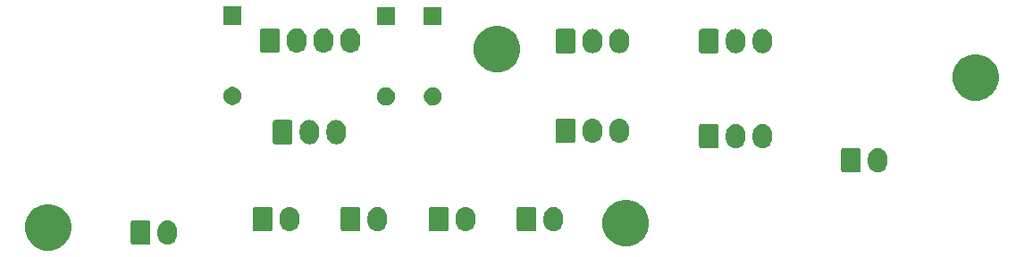
<source format=gbr>
G04 #@! TF.GenerationSoftware,KiCad,Pcbnew,(5.1.5-0-10_14)*
G04 #@! TF.CreationDate,2021-10-24T13:32:57+10:00*
G04 #@! TF.ProjectId,OH - Right Console - 1 - Electrical Power,4f48202d-2052-4696-9768-7420436f6e73,rev?*
G04 #@! TF.SameCoordinates,Original*
G04 #@! TF.FileFunction,Soldermask,Top*
G04 #@! TF.FilePolarity,Negative*
%FSLAX46Y46*%
G04 Gerber Fmt 4.6, Leading zero omitted, Abs format (unit mm)*
G04 Created by KiCad (PCBNEW (5.1.5-0-10_14)) date 2021-10-24 13:32:57*
%MOMM*%
%LPD*%
G04 APERTURE LIST*
%ADD10C,0.100000*%
G04 APERTURE END LIST*
D10*
G36*
X84843007Y-97578582D02*
G01*
X85243563Y-97744498D01*
X85243565Y-97744499D01*
X85604056Y-97985371D01*
X85910629Y-98291944D01*
X86064651Y-98522455D01*
X86151502Y-98652437D01*
X86317418Y-99052993D01*
X86402000Y-99478219D01*
X86402000Y-99911781D01*
X86317418Y-100337007D01*
X86159997Y-100717055D01*
X86151501Y-100737565D01*
X85910629Y-101098056D01*
X85604056Y-101404629D01*
X85243565Y-101645501D01*
X85243564Y-101645502D01*
X85243563Y-101645502D01*
X84843007Y-101811418D01*
X84417781Y-101896000D01*
X83984219Y-101896000D01*
X83558993Y-101811418D01*
X83158437Y-101645502D01*
X83158436Y-101645502D01*
X83158435Y-101645501D01*
X82797944Y-101404629D01*
X82491371Y-101098056D01*
X82250499Y-100737565D01*
X82242003Y-100717055D01*
X82084582Y-100337007D01*
X82000000Y-99911781D01*
X82000000Y-99478219D01*
X82084582Y-99052993D01*
X82250498Y-98652437D01*
X82337349Y-98522455D01*
X82491371Y-98291944D01*
X82797944Y-97985371D01*
X83158435Y-97744499D01*
X83158437Y-97744498D01*
X83558993Y-97578582D01*
X83984219Y-97494000D01*
X84417781Y-97494000D01*
X84843007Y-97578582D01*
G37*
G36*
X139580007Y-97197582D02*
G01*
X139980563Y-97363498D01*
X139980565Y-97363499D01*
X140341056Y-97604371D01*
X140647629Y-97910944D01*
X140833316Y-98188845D01*
X140888502Y-98271437D01*
X141054418Y-98671993D01*
X141139000Y-99097219D01*
X141139000Y-99530781D01*
X141054418Y-99956007D01*
X140896602Y-100337007D01*
X140888501Y-100356565D01*
X140647629Y-100717056D01*
X140341056Y-101023629D01*
X139980565Y-101264501D01*
X139980564Y-101264502D01*
X139980563Y-101264502D01*
X139580007Y-101430418D01*
X139154781Y-101515000D01*
X138721219Y-101515000D01*
X138295993Y-101430418D01*
X137895437Y-101264502D01*
X137895436Y-101264502D01*
X137895435Y-101264501D01*
X137534944Y-101023629D01*
X137228371Y-100717056D01*
X136987499Y-100356565D01*
X136979398Y-100337007D01*
X136821582Y-99956007D01*
X136737000Y-99530781D01*
X136737000Y-99097219D01*
X136821582Y-98671993D01*
X136987498Y-98271437D01*
X137042684Y-98188845D01*
X137228371Y-97910944D01*
X137534944Y-97604371D01*
X137895435Y-97363499D01*
X137895437Y-97363498D01*
X138295993Y-97197582D01*
X138721219Y-97113000D01*
X139154781Y-97113000D01*
X139580007Y-97197582D01*
G37*
G36*
X95684547Y-99065326D02*
G01*
X95858156Y-99117990D01*
X95858158Y-99117991D01*
X96018155Y-99203511D01*
X96158397Y-99318603D01*
X96237729Y-99415271D01*
X96273489Y-99458844D01*
X96359010Y-99618843D01*
X96411674Y-99792452D01*
X96425000Y-99927756D01*
X96425000Y-100478243D01*
X96411674Y-100613548D01*
X96359010Y-100787157D01*
X96273489Y-100947156D01*
X96237729Y-100990729D01*
X96158397Y-101087397D01*
X96061729Y-101166729D01*
X96018156Y-101202489D01*
X95858157Y-101288010D01*
X95684548Y-101340674D01*
X95504000Y-101358456D01*
X95323453Y-101340674D01*
X95149844Y-101288010D01*
X94989845Y-101202489D01*
X94946272Y-101166729D01*
X94849604Y-101087397D01*
X94734513Y-100947157D01*
X94734512Y-100947155D01*
X94648990Y-100787157D01*
X94596326Y-100613548D01*
X94583000Y-100478244D01*
X94583000Y-99927757D01*
X94585509Y-99902287D01*
X94593869Y-99817397D01*
X94596326Y-99792453D01*
X94648990Y-99618844D01*
X94696061Y-99530781D01*
X94734511Y-99458845D01*
X94849603Y-99318603D01*
X94975388Y-99215375D01*
X94989844Y-99203511D01*
X95149843Y-99117990D01*
X95323452Y-99065326D01*
X95504000Y-99047544D01*
X95684547Y-99065326D01*
G37*
G36*
X93743561Y-99055966D02*
G01*
X93776383Y-99065923D01*
X93806632Y-99082092D01*
X93833148Y-99103852D01*
X93854908Y-99130368D01*
X93871077Y-99160617D01*
X93881034Y-99193439D01*
X93885000Y-99233713D01*
X93885000Y-101172287D01*
X93881034Y-101212561D01*
X93871077Y-101245383D01*
X93854908Y-101275632D01*
X93833148Y-101302148D01*
X93806632Y-101323908D01*
X93776383Y-101340077D01*
X93743561Y-101350034D01*
X93703287Y-101354000D01*
X92224713Y-101354000D01*
X92184439Y-101350034D01*
X92151617Y-101340077D01*
X92121368Y-101323908D01*
X92094852Y-101302148D01*
X92073092Y-101275632D01*
X92056923Y-101245383D01*
X92046966Y-101212561D01*
X92043000Y-101172287D01*
X92043000Y-99233713D01*
X92046966Y-99193439D01*
X92056923Y-99160617D01*
X92073092Y-99130368D01*
X92094852Y-99103852D01*
X92121368Y-99082092D01*
X92151617Y-99065923D01*
X92184439Y-99055966D01*
X92224713Y-99052000D01*
X93703287Y-99052000D01*
X93743561Y-99055966D01*
G37*
G36*
X132260547Y-97795326D02*
G01*
X132434156Y-97847990D01*
X132434158Y-97847991D01*
X132594155Y-97933511D01*
X132734397Y-98048603D01*
X132813729Y-98145271D01*
X132849489Y-98188844D01*
X132935010Y-98348843D01*
X132987674Y-98522452D01*
X132987674Y-98522454D01*
X133001000Y-98657755D01*
X133001000Y-99208244D01*
X132997669Y-99242069D01*
X132987674Y-99343548D01*
X132935010Y-99517157D01*
X132849489Y-99677156D01*
X132813729Y-99720729D01*
X132734397Y-99817397D01*
X132637729Y-99896729D01*
X132594156Y-99932489D01*
X132434157Y-100018010D01*
X132260548Y-100070674D01*
X132080000Y-100088456D01*
X131899453Y-100070674D01*
X131725844Y-100018010D01*
X131565845Y-99932489D01*
X131522272Y-99896729D01*
X131425604Y-99817397D01*
X131310513Y-99677157D01*
X131310512Y-99677155D01*
X131224990Y-99517157D01*
X131172326Y-99343548D01*
X131159000Y-99208244D01*
X131159000Y-98657757D01*
X131172326Y-98522453D01*
X131224990Y-98348844D01*
X131310511Y-98188845D01*
X131310512Y-98188844D01*
X131425603Y-98048603D01*
X131551388Y-97945375D01*
X131565844Y-97933511D01*
X131725843Y-97847990D01*
X131899452Y-97795326D01*
X132080000Y-97777544D01*
X132260547Y-97795326D01*
G37*
G36*
X115581547Y-97795326D02*
G01*
X115755156Y-97847990D01*
X115755158Y-97847991D01*
X115915155Y-97933511D01*
X116055397Y-98048603D01*
X116134729Y-98145271D01*
X116170489Y-98188844D01*
X116256010Y-98348843D01*
X116308674Y-98522452D01*
X116308674Y-98522454D01*
X116322000Y-98657755D01*
X116322000Y-99208244D01*
X116318669Y-99242069D01*
X116308674Y-99343548D01*
X116256010Y-99517157D01*
X116170489Y-99677156D01*
X116134729Y-99720729D01*
X116055397Y-99817397D01*
X115958729Y-99896729D01*
X115915156Y-99932489D01*
X115755157Y-100018010D01*
X115581548Y-100070674D01*
X115401000Y-100088456D01*
X115220453Y-100070674D01*
X115046844Y-100018010D01*
X114886845Y-99932489D01*
X114843272Y-99896729D01*
X114746604Y-99817397D01*
X114631513Y-99677157D01*
X114631512Y-99677155D01*
X114545990Y-99517157D01*
X114493326Y-99343548D01*
X114480000Y-99208244D01*
X114480000Y-98657757D01*
X114493326Y-98522453D01*
X114545990Y-98348844D01*
X114631511Y-98188845D01*
X114631512Y-98188844D01*
X114746603Y-98048603D01*
X114872388Y-97945375D01*
X114886844Y-97933511D01*
X115046843Y-97847990D01*
X115220452Y-97795326D01*
X115401000Y-97777544D01*
X115581547Y-97795326D01*
G37*
G36*
X107241547Y-97795326D02*
G01*
X107415156Y-97847990D01*
X107415158Y-97847991D01*
X107575155Y-97933511D01*
X107715397Y-98048603D01*
X107794729Y-98145271D01*
X107830489Y-98188844D01*
X107916010Y-98348843D01*
X107968674Y-98522452D01*
X107968674Y-98522454D01*
X107982000Y-98657755D01*
X107982000Y-99208244D01*
X107978669Y-99242069D01*
X107968674Y-99343548D01*
X107916010Y-99517157D01*
X107830489Y-99677156D01*
X107794729Y-99720729D01*
X107715397Y-99817397D01*
X107618729Y-99896729D01*
X107575156Y-99932489D01*
X107415157Y-100018010D01*
X107241548Y-100070674D01*
X107061000Y-100088456D01*
X106880453Y-100070674D01*
X106706844Y-100018010D01*
X106546845Y-99932489D01*
X106503272Y-99896729D01*
X106406604Y-99817397D01*
X106291513Y-99677157D01*
X106291512Y-99677155D01*
X106205990Y-99517157D01*
X106153326Y-99343548D01*
X106140000Y-99208244D01*
X106140000Y-98657757D01*
X106153326Y-98522453D01*
X106205990Y-98348844D01*
X106291511Y-98188845D01*
X106291512Y-98188844D01*
X106406603Y-98048603D01*
X106532388Y-97945375D01*
X106546844Y-97933511D01*
X106706843Y-97847990D01*
X106880452Y-97795326D01*
X107061000Y-97777544D01*
X107241547Y-97795326D01*
G37*
G36*
X123920547Y-97795326D02*
G01*
X124094156Y-97847990D01*
X124094158Y-97847991D01*
X124254155Y-97933511D01*
X124394397Y-98048603D01*
X124473729Y-98145271D01*
X124509489Y-98188844D01*
X124595010Y-98348843D01*
X124647674Y-98522452D01*
X124647674Y-98522454D01*
X124661000Y-98657755D01*
X124661000Y-99208244D01*
X124657669Y-99242069D01*
X124647674Y-99343548D01*
X124595010Y-99517157D01*
X124509489Y-99677156D01*
X124473729Y-99720729D01*
X124394397Y-99817397D01*
X124297729Y-99896729D01*
X124254156Y-99932489D01*
X124094157Y-100018010D01*
X123920548Y-100070674D01*
X123740000Y-100088456D01*
X123559453Y-100070674D01*
X123385844Y-100018010D01*
X123225845Y-99932489D01*
X123182272Y-99896729D01*
X123085604Y-99817397D01*
X122970513Y-99677157D01*
X122970512Y-99677155D01*
X122884990Y-99517157D01*
X122832326Y-99343548D01*
X122819000Y-99208244D01*
X122819000Y-98657757D01*
X122832326Y-98522453D01*
X122884990Y-98348844D01*
X122970511Y-98188845D01*
X122970512Y-98188844D01*
X123085603Y-98048603D01*
X123211388Y-97945375D01*
X123225844Y-97933511D01*
X123385843Y-97847990D01*
X123559452Y-97795326D01*
X123740000Y-97777544D01*
X123920547Y-97795326D01*
G37*
G36*
X121979561Y-97785966D02*
G01*
X122012383Y-97795923D01*
X122042632Y-97812092D01*
X122069148Y-97833852D01*
X122090908Y-97860368D01*
X122107077Y-97890617D01*
X122117034Y-97923439D01*
X122121000Y-97963713D01*
X122121000Y-99902287D01*
X122117034Y-99942561D01*
X122107077Y-99975383D01*
X122090908Y-100005632D01*
X122069148Y-100032148D01*
X122042632Y-100053908D01*
X122012383Y-100070077D01*
X121979561Y-100080034D01*
X121939287Y-100084000D01*
X120460713Y-100084000D01*
X120420439Y-100080034D01*
X120387617Y-100070077D01*
X120357368Y-100053908D01*
X120330852Y-100032148D01*
X120309092Y-100005632D01*
X120292923Y-99975383D01*
X120282966Y-99942561D01*
X120279000Y-99902287D01*
X120279000Y-97963713D01*
X120282966Y-97923439D01*
X120292923Y-97890617D01*
X120309092Y-97860368D01*
X120330852Y-97833852D01*
X120357368Y-97812092D01*
X120387617Y-97795923D01*
X120420439Y-97785966D01*
X120460713Y-97782000D01*
X121939287Y-97782000D01*
X121979561Y-97785966D01*
G37*
G36*
X105300561Y-97785966D02*
G01*
X105333383Y-97795923D01*
X105363632Y-97812092D01*
X105390148Y-97833852D01*
X105411908Y-97860368D01*
X105428077Y-97890617D01*
X105438034Y-97923439D01*
X105442000Y-97963713D01*
X105442000Y-99902287D01*
X105438034Y-99942561D01*
X105428077Y-99975383D01*
X105411908Y-100005632D01*
X105390148Y-100032148D01*
X105363632Y-100053908D01*
X105333383Y-100070077D01*
X105300561Y-100080034D01*
X105260287Y-100084000D01*
X103781713Y-100084000D01*
X103741439Y-100080034D01*
X103708617Y-100070077D01*
X103678368Y-100053908D01*
X103651852Y-100032148D01*
X103630092Y-100005632D01*
X103613923Y-99975383D01*
X103603966Y-99942561D01*
X103600000Y-99902287D01*
X103600000Y-97963713D01*
X103603966Y-97923439D01*
X103613923Y-97890617D01*
X103630092Y-97860368D01*
X103651852Y-97833852D01*
X103678368Y-97812092D01*
X103708617Y-97795923D01*
X103741439Y-97785966D01*
X103781713Y-97782000D01*
X105260287Y-97782000D01*
X105300561Y-97785966D01*
G37*
G36*
X113640561Y-97785966D02*
G01*
X113673383Y-97795923D01*
X113703632Y-97812092D01*
X113730148Y-97833852D01*
X113751908Y-97860368D01*
X113768077Y-97890617D01*
X113778034Y-97923439D01*
X113782000Y-97963713D01*
X113782000Y-99902287D01*
X113778034Y-99942561D01*
X113768077Y-99975383D01*
X113751908Y-100005632D01*
X113730148Y-100032148D01*
X113703632Y-100053908D01*
X113673383Y-100070077D01*
X113640561Y-100080034D01*
X113600287Y-100084000D01*
X112121713Y-100084000D01*
X112081439Y-100080034D01*
X112048617Y-100070077D01*
X112018368Y-100053908D01*
X111991852Y-100032148D01*
X111970092Y-100005632D01*
X111953923Y-99975383D01*
X111943966Y-99942561D01*
X111940000Y-99902287D01*
X111940000Y-97963713D01*
X111943966Y-97923439D01*
X111953923Y-97890617D01*
X111970092Y-97860368D01*
X111991852Y-97833852D01*
X112018368Y-97812092D01*
X112048617Y-97795923D01*
X112081439Y-97785966D01*
X112121713Y-97782000D01*
X113600287Y-97782000D01*
X113640561Y-97785966D01*
G37*
G36*
X130319561Y-97785966D02*
G01*
X130352383Y-97795923D01*
X130382632Y-97812092D01*
X130409148Y-97833852D01*
X130430908Y-97860368D01*
X130447077Y-97890617D01*
X130457034Y-97923439D01*
X130461000Y-97963713D01*
X130461000Y-99902287D01*
X130457034Y-99942561D01*
X130447077Y-99975383D01*
X130430908Y-100005632D01*
X130409148Y-100032148D01*
X130382632Y-100053908D01*
X130352383Y-100070077D01*
X130319561Y-100080034D01*
X130279287Y-100084000D01*
X128800713Y-100084000D01*
X128760439Y-100080034D01*
X128727617Y-100070077D01*
X128697368Y-100053908D01*
X128670852Y-100032148D01*
X128649092Y-100005632D01*
X128632923Y-99975383D01*
X128622966Y-99942561D01*
X128619000Y-99902287D01*
X128619000Y-97963713D01*
X128622966Y-97923439D01*
X128632923Y-97890617D01*
X128649092Y-97860368D01*
X128670852Y-97833852D01*
X128697368Y-97812092D01*
X128727617Y-97795923D01*
X128760439Y-97785966D01*
X128800713Y-97782000D01*
X130279287Y-97782000D01*
X130319561Y-97785966D01*
G37*
G36*
X162994547Y-92207326D02*
G01*
X163168156Y-92259990D01*
X163168158Y-92259991D01*
X163328155Y-92345511D01*
X163468397Y-92460603D01*
X163547729Y-92557271D01*
X163583489Y-92600844D01*
X163669010Y-92760843D01*
X163721674Y-92934452D01*
X163735000Y-93069756D01*
X163735000Y-93620243D01*
X163721674Y-93755548D01*
X163669010Y-93929157D01*
X163583489Y-94089156D01*
X163547729Y-94132729D01*
X163468397Y-94229397D01*
X163371729Y-94308729D01*
X163328156Y-94344489D01*
X163168157Y-94430010D01*
X162994548Y-94482674D01*
X162814000Y-94500456D01*
X162633453Y-94482674D01*
X162459844Y-94430010D01*
X162299845Y-94344489D01*
X162256272Y-94308729D01*
X162159604Y-94229397D01*
X162044513Y-94089157D01*
X162044512Y-94089155D01*
X161958990Y-93929157D01*
X161906326Y-93755548D01*
X161893000Y-93620244D01*
X161893000Y-93069757D01*
X161906326Y-92934453D01*
X161958990Y-92760844D01*
X162044511Y-92600845D01*
X162044512Y-92600844D01*
X162159603Y-92460603D01*
X162285388Y-92357375D01*
X162299844Y-92345511D01*
X162459843Y-92259990D01*
X162633452Y-92207326D01*
X162814000Y-92189544D01*
X162994547Y-92207326D01*
G37*
G36*
X161053561Y-92197966D02*
G01*
X161086383Y-92207923D01*
X161116632Y-92224092D01*
X161143148Y-92245852D01*
X161164908Y-92272368D01*
X161181077Y-92302617D01*
X161191034Y-92335439D01*
X161195000Y-92375713D01*
X161195000Y-94314287D01*
X161191034Y-94354561D01*
X161181077Y-94387383D01*
X161164908Y-94417632D01*
X161143148Y-94444148D01*
X161116632Y-94465908D01*
X161086383Y-94482077D01*
X161053561Y-94492034D01*
X161013287Y-94496000D01*
X159534713Y-94496000D01*
X159494439Y-94492034D01*
X159461617Y-94482077D01*
X159431368Y-94465908D01*
X159404852Y-94444148D01*
X159383092Y-94417632D01*
X159366923Y-94387383D01*
X159356966Y-94354561D01*
X159353000Y-94314287D01*
X159353000Y-92375713D01*
X159356966Y-92335439D01*
X159366923Y-92302617D01*
X159383092Y-92272368D01*
X159404852Y-92245852D01*
X159431368Y-92224092D01*
X159461617Y-92207923D01*
X159494439Y-92197966D01*
X159534713Y-92194000D01*
X161013287Y-92194000D01*
X161053561Y-92197966D01*
G37*
G36*
X152072547Y-89921326D02*
G01*
X152246156Y-89973990D01*
X152246158Y-89973991D01*
X152406155Y-90059511D01*
X152546397Y-90174603D01*
X152622595Y-90267452D01*
X152661489Y-90314844D01*
X152747010Y-90474843D01*
X152799674Y-90648452D01*
X152813000Y-90783756D01*
X152813000Y-91334243D01*
X152799674Y-91469548D01*
X152747010Y-91643157D01*
X152661489Y-91803156D01*
X152644452Y-91823915D01*
X152546397Y-91943397D01*
X152449729Y-92022729D01*
X152406156Y-92058489D01*
X152246157Y-92144010D01*
X152072548Y-92196674D01*
X151892000Y-92214456D01*
X151711453Y-92196674D01*
X151537844Y-92144010D01*
X151377845Y-92058489D01*
X151334272Y-92022729D01*
X151237604Y-91943397D01*
X151122513Y-91803157D01*
X151122512Y-91803155D01*
X151036990Y-91643157D01*
X150984326Y-91469548D01*
X150971000Y-91334244D01*
X150971000Y-90783757D01*
X150984326Y-90648453D01*
X151036990Y-90474844D01*
X151122511Y-90314845D01*
X151122512Y-90314844D01*
X151237603Y-90174603D01*
X151334271Y-90095271D01*
X151377844Y-90059511D01*
X151537843Y-89973990D01*
X151711452Y-89921326D01*
X151892000Y-89903544D01*
X152072547Y-89921326D01*
G37*
G36*
X149532547Y-89921326D02*
G01*
X149706156Y-89973990D01*
X149706158Y-89973991D01*
X149866155Y-90059511D01*
X150006397Y-90174603D01*
X150082595Y-90267452D01*
X150121489Y-90314844D01*
X150207010Y-90474843D01*
X150259674Y-90648452D01*
X150273000Y-90783756D01*
X150273000Y-91334243D01*
X150259674Y-91469548D01*
X150207010Y-91643157D01*
X150121489Y-91803156D01*
X150104452Y-91823915D01*
X150006397Y-91943397D01*
X149909729Y-92022729D01*
X149866156Y-92058489D01*
X149706157Y-92144010D01*
X149532548Y-92196674D01*
X149352000Y-92214456D01*
X149171453Y-92196674D01*
X148997844Y-92144010D01*
X148837845Y-92058489D01*
X148794272Y-92022729D01*
X148697604Y-91943397D01*
X148582513Y-91803157D01*
X148582512Y-91803155D01*
X148496990Y-91643157D01*
X148444326Y-91469548D01*
X148431000Y-91334244D01*
X148431000Y-90783757D01*
X148444326Y-90648453D01*
X148496990Y-90474844D01*
X148582511Y-90314845D01*
X148582512Y-90314844D01*
X148697603Y-90174603D01*
X148794271Y-90095271D01*
X148837844Y-90059511D01*
X148997843Y-89973990D01*
X149171452Y-89921326D01*
X149352000Y-89903544D01*
X149532547Y-89921326D01*
G37*
G36*
X147591561Y-89911966D02*
G01*
X147624383Y-89921923D01*
X147654632Y-89938092D01*
X147681148Y-89959852D01*
X147702908Y-89986368D01*
X147719077Y-90016617D01*
X147729034Y-90049439D01*
X147733000Y-90089713D01*
X147733000Y-92028287D01*
X147729034Y-92068561D01*
X147719077Y-92101383D01*
X147702908Y-92131632D01*
X147681148Y-92158148D01*
X147654632Y-92179908D01*
X147624383Y-92196077D01*
X147591561Y-92206034D01*
X147551287Y-92210000D01*
X146072713Y-92210000D01*
X146032439Y-92206034D01*
X145999617Y-92196077D01*
X145969368Y-92179908D01*
X145942852Y-92158148D01*
X145921092Y-92131632D01*
X145904923Y-92101383D01*
X145894966Y-92068561D01*
X145891000Y-92028287D01*
X145891000Y-90089713D01*
X145894966Y-90049439D01*
X145904923Y-90016617D01*
X145921092Y-89986368D01*
X145942852Y-89959852D01*
X145969368Y-89938092D01*
X145999617Y-89921923D01*
X146032439Y-89911966D01*
X146072713Y-89908000D01*
X147551287Y-89908000D01*
X147591561Y-89911966D01*
G37*
G36*
X111686547Y-89540326D02*
G01*
X111860156Y-89592990D01*
X111860158Y-89592991D01*
X112020155Y-89678511D01*
X112160397Y-89793603D01*
X112239729Y-89890271D01*
X112275489Y-89933844D01*
X112319732Y-90016617D01*
X112358803Y-90089713D01*
X112361010Y-90093843D01*
X112413674Y-90267452D01*
X112427000Y-90402756D01*
X112427000Y-90953243D01*
X112413674Y-91088548D01*
X112361010Y-91262157D01*
X112275489Y-91422156D01*
X112239729Y-91465729D01*
X112160397Y-91562397D01*
X112084741Y-91624485D01*
X112020156Y-91677489D01*
X111860157Y-91763010D01*
X111686548Y-91815674D01*
X111506000Y-91833456D01*
X111325453Y-91815674D01*
X111151844Y-91763010D01*
X110991845Y-91677489D01*
X110927260Y-91624485D01*
X110851604Y-91562397D01*
X110736513Y-91422157D01*
X110736512Y-91422155D01*
X110650990Y-91262157D01*
X110598326Y-91088548D01*
X110585818Y-90961546D01*
X110585000Y-90953245D01*
X110585000Y-90402756D01*
X110593658Y-90314845D01*
X110598326Y-90267453D01*
X110650990Y-90093844D01*
X110736511Y-89933845D01*
X110753548Y-89913085D01*
X110851603Y-89793603D01*
X110977388Y-89690375D01*
X110991844Y-89678511D01*
X111151843Y-89592990D01*
X111325452Y-89540326D01*
X111506000Y-89522544D01*
X111686547Y-89540326D01*
G37*
G36*
X109146547Y-89540326D02*
G01*
X109320156Y-89592990D01*
X109320158Y-89592991D01*
X109480155Y-89678511D01*
X109620397Y-89793603D01*
X109699729Y-89890271D01*
X109735489Y-89933844D01*
X109779732Y-90016617D01*
X109818803Y-90089713D01*
X109821010Y-90093843D01*
X109873674Y-90267452D01*
X109887000Y-90402756D01*
X109887000Y-90953243D01*
X109873674Y-91088548D01*
X109821010Y-91262157D01*
X109735489Y-91422156D01*
X109699729Y-91465729D01*
X109620397Y-91562397D01*
X109544741Y-91624485D01*
X109480156Y-91677489D01*
X109320157Y-91763010D01*
X109146548Y-91815674D01*
X108966000Y-91833456D01*
X108785453Y-91815674D01*
X108611844Y-91763010D01*
X108451845Y-91677489D01*
X108387260Y-91624485D01*
X108311604Y-91562397D01*
X108196513Y-91422157D01*
X108196512Y-91422155D01*
X108110990Y-91262157D01*
X108058326Y-91088548D01*
X108045818Y-90961546D01*
X108045000Y-90953245D01*
X108045000Y-90402756D01*
X108053658Y-90314845D01*
X108058326Y-90267453D01*
X108110990Y-90093844D01*
X108196511Y-89933845D01*
X108213548Y-89913085D01*
X108311603Y-89793603D01*
X108437388Y-89690375D01*
X108451844Y-89678511D01*
X108611843Y-89592990D01*
X108785452Y-89540326D01*
X108966000Y-89522544D01*
X109146547Y-89540326D01*
G37*
G36*
X107205561Y-89530966D02*
G01*
X107238383Y-89540923D01*
X107268632Y-89557092D01*
X107295148Y-89578852D01*
X107316908Y-89605368D01*
X107333077Y-89635617D01*
X107343034Y-89668439D01*
X107347000Y-89708713D01*
X107347000Y-91647287D01*
X107343034Y-91687561D01*
X107333077Y-91720383D01*
X107316908Y-91750632D01*
X107295148Y-91777148D01*
X107268632Y-91798908D01*
X107238383Y-91815077D01*
X107205561Y-91825034D01*
X107165287Y-91829000D01*
X105686713Y-91829000D01*
X105646439Y-91825034D01*
X105613617Y-91815077D01*
X105583368Y-91798908D01*
X105556852Y-91777148D01*
X105535092Y-91750632D01*
X105518923Y-91720383D01*
X105508966Y-91687561D01*
X105505000Y-91647287D01*
X105505000Y-89708713D01*
X105508966Y-89668439D01*
X105518923Y-89635617D01*
X105535092Y-89605368D01*
X105556852Y-89578852D01*
X105583368Y-89557092D01*
X105613617Y-89540923D01*
X105646439Y-89530966D01*
X105686713Y-89527000D01*
X107165287Y-89527000D01*
X107205561Y-89530966D01*
G37*
G36*
X138483547Y-89413326D02*
G01*
X138657156Y-89465990D01*
X138657158Y-89465991D01*
X138817155Y-89551511D01*
X138957397Y-89666603D01*
X139017650Y-89740023D01*
X139072489Y-89806844D01*
X139158010Y-89966843D01*
X139210674Y-90140452D01*
X139219558Y-90230655D01*
X139223183Y-90267455D01*
X139224000Y-90275756D01*
X139224000Y-90826243D01*
X139210674Y-90961548D01*
X139158010Y-91135157D01*
X139072489Y-91295156D01*
X139040411Y-91334243D01*
X138957397Y-91435397D01*
X138860729Y-91514729D01*
X138817156Y-91550489D01*
X138657157Y-91636010D01*
X138483548Y-91688674D01*
X138303000Y-91706456D01*
X138122453Y-91688674D01*
X137948844Y-91636010D01*
X137788845Y-91550489D01*
X137745272Y-91514729D01*
X137648604Y-91435397D01*
X137533513Y-91295157D01*
X137533512Y-91295155D01*
X137447990Y-91135157D01*
X137395326Y-90961548D01*
X137382000Y-90826244D01*
X137382000Y-90275757D01*
X137395326Y-90140453D01*
X137447990Y-89966844D01*
X137533511Y-89806845D01*
X137533512Y-89806844D01*
X137648603Y-89666603D01*
X137755529Y-89578852D01*
X137788844Y-89551511D01*
X137948843Y-89465990D01*
X138122452Y-89413326D01*
X138303000Y-89395544D01*
X138483547Y-89413326D01*
G37*
G36*
X135943547Y-89413326D02*
G01*
X136117156Y-89465990D01*
X136117158Y-89465991D01*
X136277155Y-89551511D01*
X136417397Y-89666603D01*
X136477650Y-89740023D01*
X136532489Y-89806844D01*
X136618010Y-89966843D01*
X136670674Y-90140452D01*
X136679558Y-90230655D01*
X136683183Y-90267455D01*
X136684000Y-90275756D01*
X136684000Y-90826243D01*
X136670674Y-90961548D01*
X136618010Y-91135157D01*
X136532489Y-91295156D01*
X136500411Y-91334243D01*
X136417397Y-91435397D01*
X136320729Y-91514729D01*
X136277156Y-91550489D01*
X136117157Y-91636010D01*
X135943548Y-91688674D01*
X135763000Y-91706456D01*
X135582453Y-91688674D01*
X135408844Y-91636010D01*
X135248845Y-91550489D01*
X135205272Y-91514729D01*
X135108604Y-91435397D01*
X134993513Y-91295157D01*
X134993512Y-91295155D01*
X134907990Y-91135157D01*
X134855326Y-90961548D01*
X134842000Y-90826244D01*
X134842000Y-90275757D01*
X134855326Y-90140453D01*
X134907990Y-89966844D01*
X134993511Y-89806845D01*
X134993512Y-89806844D01*
X135108603Y-89666603D01*
X135215529Y-89578852D01*
X135248844Y-89551511D01*
X135408843Y-89465990D01*
X135582452Y-89413326D01*
X135763000Y-89395544D01*
X135943547Y-89413326D01*
G37*
G36*
X134002561Y-89403966D02*
G01*
X134035383Y-89413923D01*
X134065632Y-89430092D01*
X134092148Y-89451852D01*
X134113908Y-89478368D01*
X134130077Y-89508617D01*
X134140034Y-89541439D01*
X134144000Y-89581713D01*
X134144000Y-91520287D01*
X134140034Y-91560561D01*
X134130077Y-91593383D01*
X134113908Y-91623632D01*
X134092148Y-91650148D01*
X134065632Y-91671908D01*
X134035383Y-91688077D01*
X134002561Y-91698034D01*
X133962287Y-91702000D01*
X132483713Y-91702000D01*
X132443439Y-91698034D01*
X132410617Y-91688077D01*
X132380368Y-91671908D01*
X132353852Y-91650148D01*
X132332092Y-91623632D01*
X132315923Y-91593383D01*
X132305966Y-91560561D01*
X132302000Y-91520287D01*
X132302000Y-89581713D01*
X132305966Y-89541439D01*
X132315923Y-89508617D01*
X132332092Y-89478368D01*
X132353852Y-89451852D01*
X132380368Y-89430092D01*
X132410617Y-89413923D01*
X132443439Y-89403966D01*
X132483713Y-89400000D01*
X133962287Y-89400000D01*
X134002561Y-89403966D01*
G37*
G36*
X116453228Y-86473703D02*
G01*
X116608100Y-86537853D01*
X116747481Y-86630985D01*
X116866015Y-86749519D01*
X116959147Y-86888900D01*
X117023297Y-87043772D01*
X117056000Y-87208184D01*
X117056000Y-87375816D01*
X117023297Y-87540228D01*
X116959147Y-87695100D01*
X116866015Y-87834481D01*
X116747481Y-87953015D01*
X116608100Y-88046147D01*
X116453228Y-88110297D01*
X116288816Y-88143000D01*
X116121184Y-88143000D01*
X115956772Y-88110297D01*
X115801900Y-88046147D01*
X115662519Y-87953015D01*
X115543985Y-87834481D01*
X115450853Y-87695100D01*
X115386703Y-87540228D01*
X115354000Y-87375816D01*
X115354000Y-87208184D01*
X115386703Y-87043772D01*
X115450853Y-86888900D01*
X115543985Y-86749519D01*
X115662519Y-86630985D01*
X115801900Y-86537853D01*
X115956772Y-86473703D01*
X116121184Y-86441000D01*
X116288816Y-86441000D01*
X116453228Y-86473703D01*
G37*
G36*
X120898228Y-86473703D02*
G01*
X121053100Y-86537853D01*
X121192481Y-86630985D01*
X121311015Y-86749519D01*
X121404147Y-86888900D01*
X121468297Y-87043772D01*
X121501000Y-87208184D01*
X121501000Y-87375816D01*
X121468297Y-87540228D01*
X121404147Y-87695100D01*
X121311015Y-87834481D01*
X121192481Y-87953015D01*
X121053100Y-88046147D01*
X120898228Y-88110297D01*
X120733816Y-88143000D01*
X120566184Y-88143000D01*
X120401772Y-88110297D01*
X120246900Y-88046147D01*
X120107519Y-87953015D01*
X119988985Y-87834481D01*
X119895853Y-87695100D01*
X119831703Y-87540228D01*
X119799000Y-87375816D01*
X119799000Y-87208184D01*
X119831703Y-87043772D01*
X119895853Y-86888900D01*
X119988985Y-86749519D01*
X120107519Y-86630985D01*
X120246900Y-86537853D01*
X120401772Y-86473703D01*
X120566184Y-86441000D01*
X120733816Y-86441000D01*
X120898228Y-86473703D01*
G37*
G36*
X101912228Y-86430703D02*
G01*
X102067100Y-86494853D01*
X102206481Y-86587985D01*
X102325015Y-86706519D01*
X102418147Y-86845900D01*
X102482297Y-87000772D01*
X102515000Y-87165184D01*
X102515000Y-87332816D01*
X102482297Y-87497228D01*
X102418147Y-87652100D01*
X102325015Y-87791481D01*
X102206481Y-87910015D01*
X102067100Y-88003147D01*
X101912228Y-88067297D01*
X101747816Y-88100000D01*
X101580184Y-88100000D01*
X101415772Y-88067297D01*
X101260900Y-88003147D01*
X101121519Y-87910015D01*
X101002985Y-87791481D01*
X100909853Y-87652100D01*
X100845703Y-87497228D01*
X100813000Y-87332816D01*
X100813000Y-87165184D01*
X100845703Y-87000772D01*
X100909853Y-86845900D01*
X101002985Y-86706519D01*
X101121519Y-86587985D01*
X101260900Y-86494853D01*
X101415772Y-86430703D01*
X101580184Y-86398000D01*
X101747816Y-86398000D01*
X101912228Y-86430703D01*
G37*
G36*
X172727007Y-83354582D02*
G01*
X173127563Y-83520498D01*
X173127565Y-83520499D01*
X173488056Y-83761371D01*
X173794629Y-84067944D01*
X174035501Y-84428435D01*
X174035502Y-84428437D01*
X174201418Y-84828993D01*
X174286000Y-85254219D01*
X174286000Y-85687781D01*
X174201418Y-86113007D01*
X174052012Y-86473705D01*
X174035501Y-86513565D01*
X173794629Y-86874056D01*
X173488056Y-87180629D01*
X173127565Y-87421501D01*
X173127564Y-87421502D01*
X173127563Y-87421502D01*
X172727007Y-87587418D01*
X172301781Y-87672000D01*
X171868219Y-87672000D01*
X171442993Y-87587418D01*
X171042437Y-87421502D01*
X171042436Y-87421502D01*
X171042435Y-87421501D01*
X170681944Y-87180629D01*
X170375371Y-86874056D01*
X170134499Y-86513565D01*
X170117988Y-86473705D01*
X169968582Y-86113007D01*
X169884000Y-85687781D01*
X169884000Y-85254219D01*
X169968582Y-84828993D01*
X170134498Y-84428437D01*
X170134499Y-84428435D01*
X170375371Y-84067944D01*
X170681944Y-83761371D01*
X171042435Y-83520499D01*
X171042437Y-83520498D01*
X171442993Y-83354582D01*
X171868219Y-83270000D01*
X172301781Y-83270000D01*
X172727007Y-83354582D01*
G37*
G36*
X127388007Y-80687582D02*
G01*
X127757970Y-80840826D01*
X127788565Y-80853499D01*
X128149056Y-81094371D01*
X128455629Y-81400944D01*
X128696501Y-81761435D01*
X128696502Y-81761437D01*
X128862418Y-82161993D01*
X128947000Y-82587219D01*
X128947000Y-83020781D01*
X128862418Y-83446007D01*
X128696502Y-83846563D01*
X128696501Y-83846565D01*
X128455629Y-84207056D01*
X128149056Y-84513629D01*
X127788565Y-84754501D01*
X127788564Y-84754502D01*
X127788563Y-84754502D01*
X127388007Y-84920418D01*
X126962781Y-85005000D01*
X126529219Y-85005000D01*
X126103993Y-84920418D01*
X125703437Y-84754502D01*
X125703436Y-84754502D01*
X125703435Y-84754501D01*
X125342944Y-84513629D01*
X125036371Y-84207056D01*
X124795499Y-83846565D01*
X124795498Y-83846563D01*
X124629582Y-83446007D01*
X124545000Y-83020781D01*
X124545000Y-82587219D01*
X124629582Y-82161993D01*
X124795498Y-81761437D01*
X124795499Y-81761435D01*
X125036371Y-81400944D01*
X125342944Y-81094371D01*
X125703435Y-80853499D01*
X125734030Y-80840826D01*
X126103993Y-80687582D01*
X126529219Y-80603000D01*
X126962781Y-80603000D01*
X127388007Y-80687582D01*
G37*
G36*
X138483547Y-80904326D02*
G01*
X138657156Y-80956990D01*
X138657158Y-80956991D01*
X138817155Y-81042511D01*
X138957397Y-81157603D01*
X139036729Y-81254271D01*
X139072489Y-81297844D01*
X139158010Y-81457843D01*
X139210674Y-81631452D01*
X139224000Y-81766756D01*
X139224000Y-82317243D01*
X139210674Y-82452548D01*
X139158010Y-82626157D01*
X139072489Y-82786156D01*
X139036729Y-82829729D01*
X138957397Y-82926397D01*
X138882258Y-82988061D01*
X138817156Y-83041489D01*
X138735943Y-83084898D01*
X138659919Y-83125534D01*
X138657157Y-83127010D01*
X138483548Y-83179674D01*
X138303000Y-83197456D01*
X138122453Y-83179674D01*
X137948844Y-83127010D01*
X137946083Y-83125534D01*
X137870058Y-83084898D01*
X137788845Y-83041489D01*
X137723743Y-82988061D01*
X137648604Y-82926397D01*
X137533513Y-82786157D01*
X137533512Y-82786155D01*
X137447990Y-82626157D01*
X137395326Y-82452548D01*
X137382000Y-82317244D01*
X137382000Y-81766757D01*
X137395326Y-81631453D01*
X137447990Y-81457844D01*
X137533511Y-81297845D01*
X137533512Y-81297844D01*
X137648603Y-81157603D01*
X137774388Y-81054375D01*
X137788844Y-81042511D01*
X137948843Y-80956990D01*
X138122452Y-80904326D01*
X138303000Y-80886544D01*
X138483547Y-80904326D01*
G37*
G36*
X149532547Y-80904326D02*
G01*
X149706156Y-80956990D01*
X149706158Y-80956991D01*
X149866155Y-81042511D01*
X150006397Y-81157603D01*
X150085729Y-81254271D01*
X150121489Y-81297844D01*
X150207010Y-81457843D01*
X150259674Y-81631452D01*
X150273000Y-81766756D01*
X150273000Y-82317243D01*
X150259674Y-82452548D01*
X150207010Y-82626157D01*
X150121489Y-82786156D01*
X150085729Y-82829729D01*
X150006397Y-82926397D01*
X149931258Y-82988061D01*
X149866156Y-83041489D01*
X149784943Y-83084898D01*
X149708919Y-83125534D01*
X149706157Y-83127010D01*
X149532548Y-83179674D01*
X149352000Y-83197456D01*
X149171453Y-83179674D01*
X148997844Y-83127010D01*
X148995083Y-83125534D01*
X148919058Y-83084898D01*
X148837845Y-83041489D01*
X148772743Y-82988061D01*
X148697604Y-82926397D01*
X148582513Y-82786157D01*
X148582512Y-82786155D01*
X148496990Y-82626157D01*
X148444326Y-82452548D01*
X148431000Y-82317244D01*
X148431000Y-81766757D01*
X148444326Y-81631453D01*
X148496990Y-81457844D01*
X148582511Y-81297845D01*
X148582512Y-81297844D01*
X148697603Y-81157603D01*
X148823388Y-81054375D01*
X148837844Y-81042511D01*
X148997843Y-80956990D01*
X149171452Y-80904326D01*
X149352000Y-80886544D01*
X149532547Y-80904326D01*
G37*
G36*
X152072547Y-80904326D02*
G01*
X152246156Y-80956990D01*
X152246158Y-80956991D01*
X152406155Y-81042511D01*
X152546397Y-81157603D01*
X152625729Y-81254271D01*
X152661489Y-81297844D01*
X152747010Y-81457843D01*
X152799674Y-81631452D01*
X152813000Y-81766756D01*
X152813000Y-82317243D01*
X152799674Y-82452548D01*
X152747010Y-82626157D01*
X152661489Y-82786156D01*
X152625729Y-82829729D01*
X152546397Y-82926397D01*
X152471258Y-82988061D01*
X152406156Y-83041489D01*
X152324943Y-83084898D01*
X152248919Y-83125534D01*
X152246157Y-83127010D01*
X152072548Y-83179674D01*
X151892000Y-83197456D01*
X151711453Y-83179674D01*
X151537844Y-83127010D01*
X151535083Y-83125534D01*
X151459058Y-83084898D01*
X151377845Y-83041489D01*
X151312743Y-82988061D01*
X151237604Y-82926397D01*
X151122513Y-82786157D01*
X151122512Y-82786155D01*
X151036990Y-82626157D01*
X150984326Y-82452548D01*
X150971000Y-82317244D01*
X150971000Y-81766757D01*
X150984326Y-81631453D01*
X151036990Y-81457844D01*
X151122511Y-81297845D01*
X151122512Y-81297844D01*
X151237603Y-81157603D01*
X151363388Y-81054375D01*
X151377844Y-81042511D01*
X151537843Y-80956990D01*
X151711452Y-80904326D01*
X151892000Y-80886544D01*
X152072547Y-80904326D01*
G37*
G36*
X135943547Y-80904326D02*
G01*
X136117156Y-80956990D01*
X136117158Y-80956991D01*
X136277155Y-81042511D01*
X136417397Y-81157603D01*
X136496729Y-81254271D01*
X136532489Y-81297844D01*
X136618010Y-81457843D01*
X136670674Y-81631452D01*
X136684000Y-81766756D01*
X136684000Y-82317243D01*
X136670674Y-82452548D01*
X136618010Y-82626157D01*
X136532489Y-82786156D01*
X136496729Y-82829729D01*
X136417397Y-82926397D01*
X136342258Y-82988061D01*
X136277156Y-83041489D01*
X136195943Y-83084898D01*
X136119919Y-83125534D01*
X136117157Y-83127010D01*
X135943548Y-83179674D01*
X135763000Y-83197456D01*
X135582453Y-83179674D01*
X135408844Y-83127010D01*
X135406083Y-83125534D01*
X135330058Y-83084898D01*
X135248845Y-83041489D01*
X135183743Y-82988061D01*
X135108604Y-82926397D01*
X134993513Y-82786157D01*
X134993512Y-82786155D01*
X134907990Y-82626157D01*
X134855326Y-82452548D01*
X134842000Y-82317244D01*
X134842000Y-81766757D01*
X134855326Y-81631453D01*
X134907990Y-81457844D01*
X134993511Y-81297845D01*
X134993512Y-81297844D01*
X135108603Y-81157603D01*
X135234388Y-81054375D01*
X135248844Y-81042511D01*
X135408843Y-80956990D01*
X135582452Y-80904326D01*
X135763000Y-80886544D01*
X135943547Y-80904326D01*
G37*
G36*
X134002561Y-80894966D02*
G01*
X134035383Y-80904923D01*
X134065632Y-80921092D01*
X134092148Y-80942852D01*
X134113908Y-80969368D01*
X134130077Y-80999617D01*
X134140034Y-81032439D01*
X134144000Y-81072713D01*
X134144000Y-83011287D01*
X134140034Y-83051561D01*
X134130077Y-83084383D01*
X134113908Y-83114632D01*
X134092148Y-83141148D01*
X134065632Y-83162908D01*
X134035383Y-83179077D01*
X134002561Y-83189034D01*
X133962287Y-83193000D01*
X132483713Y-83193000D01*
X132443439Y-83189034D01*
X132410617Y-83179077D01*
X132380368Y-83162908D01*
X132353852Y-83141148D01*
X132332092Y-83114632D01*
X132315923Y-83084383D01*
X132305966Y-83051561D01*
X132302000Y-83011287D01*
X132302000Y-81072713D01*
X132305966Y-81032439D01*
X132315923Y-80999617D01*
X132332092Y-80969368D01*
X132353852Y-80942852D01*
X132380368Y-80921092D01*
X132410617Y-80904923D01*
X132443439Y-80894966D01*
X132483713Y-80891000D01*
X133962287Y-80891000D01*
X134002561Y-80894966D01*
G37*
G36*
X147591561Y-80894966D02*
G01*
X147624383Y-80904923D01*
X147654632Y-80921092D01*
X147681148Y-80942852D01*
X147702908Y-80969368D01*
X147719077Y-80999617D01*
X147729034Y-81032439D01*
X147733000Y-81072713D01*
X147733000Y-83011287D01*
X147729034Y-83051561D01*
X147719077Y-83084383D01*
X147702908Y-83114632D01*
X147681148Y-83141148D01*
X147654632Y-83162908D01*
X147624383Y-83179077D01*
X147591561Y-83189034D01*
X147551287Y-83193000D01*
X146072713Y-83193000D01*
X146032439Y-83189034D01*
X145999617Y-83179077D01*
X145969368Y-83162908D01*
X145942852Y-83141148D01*
X145921092Y-83114632D01*
X145904923Y-83084383D01*
X145894966Y-83051561D01*
X145891000Y-83011287D01*
X145891000Y-81072713D01*
X145894966Y-81032439D01*
X145904923Y-80999617D01*
X145921092Y-80969368D01*
X145942852Y-80942852D01*
X145969368Y-80921092D01*
X145999617Y-80904923D01*
X146032439Y-80894966D01*
X146072713Y-80891000D01*
X147551287Y-80891000D01*
X147591561Y-80894966D01*
G37*
G36*
X113020547Y-80840826D02*
G01*
X113194156Y-80893490D01*
X113194158Y-80893491D01*
X113354155Y-80979011D01*
X113494397Y-81094103D01*
X113546509Y-81157603D01*
X113609489Y-81234344D01*
X113695010Y-81394343D01*
X113747674Y-81567952D01*
X113761000Y-81703256D01*
X113761000Y-82253743D01*
X113747674Y-82389048D01*
X113695010Y-82562657D01*
X113609489Y-82722656D01*
X113573729Y-82766229D01*
X113494397Y-82862897D01*
X113414646Y-82928346D01*
X113354156Y-82977989D01*
X113194157Y-83063510D01*
X113020548Y-83116174D01*
X112840000Y-83133956D01*
X112659453Y-83116174D01*
X112485844Y-83063510D01*
X112325845Y-82977989D01*
X112265355Y-82928346D01*
X112185604Y-82862897D01*
X112070513Y-82722657D01*
X112070512Y-82722655D01*
X111984990Y-82562657D01*
X111932326Y-82389048D01*
X111919000Y-82253744D01*
X111919000Y-81703257D01*
X111932326Y-81567953D01*
X111984990Y-81394344D01*
X112070511Y-81234345D01*
X112070512Y-81234344D01*
X112185603Y-81094103D01*
X112311388Y-80990875D01*
X112325844Y-80979011D01*
X112480988Y-80896085D01*
X112485841Y-80893491D01*
X112485843Y-80893490D01*
X112659452Y-80840826D01*
X112840000Y-80823044D01*
X113020547Y-80840826D01*
G37*
G36*
X110480547Y-80840826D02*
G01*
X110654156Y-80893490D01*
X110654158Y-80893491D01*
X110814155Y-80979011D01*
X110954397Y-81094103D01*
X111006509Y-81157603D01*
X111069489Y-81234344D01*
X111155010Y-81394343D01*
X111207674Y-81567952D01*
X111221000Y-81703256D01*
X111221000Y-82253743D01*
X111207674Y-82389048D01*
X111155010Y-82562657D01*
X111069489Y-82722656D01*
X111033729Y-82766229D01*
X110954397Y-82862897D01*
X110874646Y-82928346D01*
X110814156Y-82977989D01*
X110654157Y-83063510D01*
X110480548Y-83116174D01*
X110300000Y-83133956D01*
X110119453Y-83116174D01*
X109945844Y-83063510D01*
X109785845Y-82977989D01*
X109725355Y-82928346D01*
X109645604Y-82862897D01*
X109530513Y-82722657D01*
X109530512Y-82722655D01*
X109444990Y-82562657D01*
X109392326Y-82389048D01*
X109379000Y-82253744D01*
X109379000Y-81703257D01*
X109392326Y-81567953D01*
X109444990Y-81394344D01*
X109530511Y-81234345D01*
X109530512Y-81234344D01*
X109645603Y-81094103D01*
X109771388Y-80990875D01*
X109785844Y-80979011D01*
X109940988Y-80896085D01*
X109945841Y-80893491D01*
X109945843Y-80893490D01*
X110119452Y-80840826D01*
X110300000Y-80823044D01*
X110480547Y-80840826D01*
G37*
G36*
X107940547Y-80840826D02*
G01*
X108114156Y-80893490D01*
X108114158Y-80893491D01*
X108274155Y-80979011D01*
X108414397Y-81094103D01*
X108466509Y-81157603D01*
X108529489Y-81234344D01*
X108615010Y-81394343D01*
X108667674Y-81567952D01*
X108681000Y-81703256D01*
X108681000Y-82253743D01*
X108667674Y-82389048D01*
X108615010Y-82562657D01*
X108529489Y-82722656D01*
X108493729Y-82766229D01*
X108414397Y-82862897D01*
X108334646Y-82928346D01*
X108274156Y-82977989D01*
X108114157Y-83063510D01*
X107940548Y-83116174D01*
X107760000Y-83133956D01*
X107579453Y-83116174D01*
X107405844Y-83063510D01*
X107245845Y-82977989D01*
X107185355Y-82928346D01*
X107105604Y-82862897D01*
X106990513Y-82722657D01*
X106990512Y-82722655D01*
X106904990Y-82562657D01*
X106852326Y-82389048D01*
X106839000Y-82253744D01*
X106839000Y-81703257D01*
X106852326Y-81567953D01*
X106904990Y-81394344D01*
X106990511Y-81234345D01*
X106990512Y-81234344D01*
X107105603Y-81094103D01*
X107231388Y-80990875D01*
X107245844Y-80979011D01*
X107400988Y-80896085D01*
X107405841Y-80893491D01*
X107405843Y-80893490D01*
X107579452Y-80840826D01*
X107760000Y-80823044D01*
X107940547Y-80840826D01*
G37*
G36*
X105999561Y-80831466D02*
G01*
X106032383Y-80841423D01*
X106062632Y-80857592D01*
X106089148Y-80879352D01*
X106110908Y-80905868D01*
X106127077Y-80936117D01*
X106137034Y-80968939D01*
X106141000Y-81009213D01*
X106141000Y-82947787D01*
X106137034Y-82988061D01*
X106127077Y-83020883D01*
X106110908Y-83051132D01*
X106089148Y-83077648D01*
X106062632Y-83099408D01*
X106032383Y-83115577D01*
X105999561Y-83125534D01*
X105959287Y-83129500D01*
X104480713Y-83129500D01*
X104440439Y-83125534D01*
X104407617Y-83115577D01*
X104377368Y-83099408D01*
X104350852Y-83077648D01*
X104329092Y-83051132D01*
X104312923Y-83020883D01*
X104302966Y-82988061D01*
X104299000Y-82947787D01*
X104299000Y-81009213D01*
X104302966Y-80968939D01*
X104312923Y-80936117D01*
X104329092Y-80905868D01*
X104350852Y-80879352D01*
X104377368Y-80857592D01*
X104407617Y-80841423D01*
X104440439Y-80831466D01*
X104480713Y-80827500D01*
X105959287Y-80827500D01*
X105999561Y-80831466D01*
G37*
G36*
X117056000Y-80523000D02*
G01*
X115354000Y-80523000D01*
X115354000Y-78821000D01*
X117056000Y-78821000D01*
X117056000Y-80523000D01*
G37*
G36*
X121501000Y-80523000D02*
G01*
X119799000Y-80523000D01*
X119799000Y-78821000D01*
X121501000Y-78821000D01*
X121501000Y-80523000D01*
G37*
G36*
X102515000Y-80480000D02*
G01*
X100813000Y-80480000D01*
X100813000Y-78778000D01*
X102515000Y-78778000D01*
X102515000Y-80480000D01*
G37*
M02*

</source>
